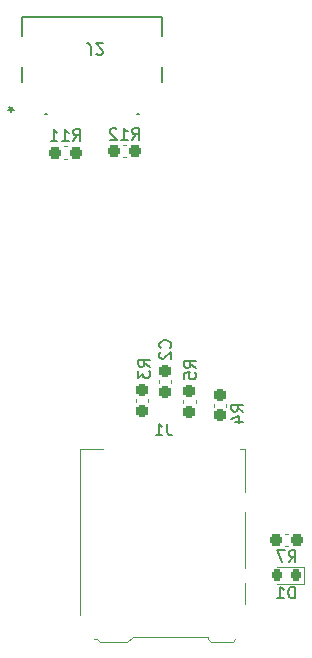
<source format=gbr>
%TF.GenerationSoftware,KiCad,Pcbnew,8.0.1*%
%TF.CreationDate,2024-07-17T12:18:51+09:00*%
%TF.ProjectId,Avi_73J_ParaBoard_v2,4176695f-3733-44a5-9f50-617261426f61,rev?*%
%TF.SameCoordinates,Original*%
%TF.FileFunction,Legend,Bot*%
%TF.FilePolarity,Positive*%
%FSLAX46Y46*%
G04 Gerber Fmt 4.6, Leading zero omitted, Abs format (unit mm)*
G04 Created by KiCad (PCBNEW 8.0.1) date 2024-07-17 12:18:51*
%MOMM*%
%LPD*%
G01*
G04 APERTURE LIST*
G04 Aperture macros list*
%AMRoundRect*
0 Rectangle with rounded corners*
0 $1 Rounding radius*
0 $2 $3 $4 $5 $6 $7 $8 $9 X,Y pos of 4 corners*
0 Add a 4 corners polygon primitive as box body*
4,1,4,$2,$3,$4,$5,$6,$7,$8,$9,$2,$3,0*
0 Add four circle primitives for the rounded corners*
1,1,$1+$1,$2,$3*
1,1,$1+$1,$4,$5*
1,1,$1+$1,$6,$7*
1,1,$1+$1,$8,$9*
0 Add four rect primitives between the rounded corners*
20,1,$1+$1,$2,$3,$4,$5,0*
20,1,$1+$1,$4,$5,$6,$7,0*
20,1,$1+$1,$6,$7,$8,$9,0*
20,1,$1+$1,$8,$9,$2,$3,0*%
G04 Aperture macros list end*
%ADD10C,0.150000*%
%ADD11C,0.120000*%
%ADD12C,0.152400*%
%ADD13O,1.511200X2.819200*%
%ADD14O,3.251200X1.727200*%
%ADD15RoundRect,0.237500X0.237500X-0.300000X0.237500X0.300000X-0.237500X0.300000X-0.237500X-0.300000X0*%
%ADD16C,0.660400*%
%ADD17R,2.159000X2.006600*%
%ADD18R,0.609600X1.143000*%
%ADD19R,0.304800X1.143000*%
%ADD20RoundRect,0.237500X-0.237500X0.300000X-0.237500X-0.300000X0.237500X-0.300000X0.237500X0.300000X0*%
%ADD21RoundRect,0.237500X0.300000X0.237500X-0.300000X0.237500X-0.300000X-0.237500X0.300000X-0.237500X0*%
%ADD22R,0.700000X1.200000*%
%ADD23R,1.000000X0.800000*%
%ADD24R,1.000000X2.800000*%
%ADD25R,1.000000X1.200000*%
%ADD26R,1.300000X1.900000*%
%ADD27RoundRect,0.237500X-0.300000X-0.237500X0.300000X-0.237500X0.300000X0.237500X-0.300000X0.237500X0*%
%ADD28RoundRect,0.218750X0.218750X0.256250X-0.218750X0.256250X-0.218750X-0.256250X0.218750X-0.256250X0*%
G04 APERTURE END LIST*
D10*
X162859580Y-100833333D02*
X162907200Y-100785714D01*
X162907200Y-100785714D02*
X162954819Y-100642857D01*
X162954819Y-100642857D02*
X162954819Y-100547619D01*
X162954819Y-100547619D02*
X162907200Y-100404762D01*
X162907200Y-100404762D02*
X162811961Y-100309524D01*
X162811961Y-100309524D02*
X162716723Y-100261905D01*
X162716723Y-100261905D02*
X162526247Y-100214286D01*
X162526247Y-100214286D02*
X162383390Y-100214286D01*
X162383390Y-100214286D02*
X162192914Y-100261905D01*
X162192914Y-100261905D02*
X162097676Y-100309524D01*
X162097676Y-100309524D02*
X162002438Y-100404762D01*
X162002438Y-100404762D02*
X161954819Y-100547619D01*
X161954819Y-100547619D02*
X161954819Y-100642857D01*
X161954819Y-100642857D02*
X162002438Y-100785714D01*
X162002438Y-100785714D02*
X162050057Y-100833333D01*
X162050057Y-101214286D02*
X162002438Y-101261905D01*
X162002438Y-101261905D02*
X161954819Y-101357143D01*
X161954819Y-101357143D02*
X161954819Y-101595238D01*
X161954819Y-101595238D02*
X162002438Y-101690476D01*
X162002438Y-101690476D02*
X162050057Y-101738095D01*
X162050057Y-101738095D02*
X162145295Y-101785714D01*
X162145295Y-101785714D02*
X162240533Y-101785714D01*
X162240533Y-101785714D02*
X162383390Y-101738095D01*
X162383390Y-101738095D02*
X162954819Y-101166667D01*
X162954819Y-101166667D02*
X162954819Y-101785714D01*
X156166666Y-76045180D02*
X156166666Y-75330895D01*
X156166666Y-75330895D02*
X156119047Y-75188038D01*
X156119047Y-75188038D02*
X156023809Y-75092800D01*
X156023809Y-75092800D02*
X155880952Y-75045180D01*
X155880952Y-75045180D02*
X155785714Y-75045180D01*
X156595238Y-75949942D02*
X156642857Y-75997561D01*
X156642857Y-75997561D02*
X156738095Y-76045180D01*
X156738095Y-76045180D02*
X156976190Y-76045180D01*
X156976190Y-76045180D02*
X157071428Y-75997561D01*
X157071428Y-75997561D02*
X157119047Y-75949942D01*
X157119047Y-75949942D02*
X157166666Y-75854704D01*
X157166666Y-75854704D02*
X157166666Y-75759466D01*
X157166666Y-75759466D02*
X157119047Y-75616609D01*
X157119047Y-75616609D02*
X156547619Y-75045180D01*
X156547619Y-75045180D02*
X157166666Y-75045180D01*
X149400000Y-80845180D02*
X149400000Y-80607085D01*
X149161905Y-80702323D02*
X149400000Y-80607085D01*
X149400000Y-80607085D02*
X149638095Y-80702323D01*
X149257143Y-80416609D02*
X149400000Y-80607085D01*
X149400000Y-80607085D02*
X149542857Y-80416609D01*
X165054819Y-102533333D02*
X164578628Y-102200000D01*
X165054819Y-101961905D02*
X164054819Y-101961905D01*
X164054819Y-101961905D02*
X164054819Y-102342857D01*
X164054819Y-102342857D02*
X164102438Y-102438095D01*
X164102438Y-102438095D02*
X164150057Y-102485714D01*
X164150057Y-102485714D02*
X164245295Y-102533333D01*
X164245295Y-102533333D02*
X164388152Y-102533333D01*
X164388152Y-102533333D02*
X164483390Y-102485714D01*
X164483390Y-102485714D02*
X164531009Y-102438095D01*
X164531009Y-102438095D02*
X164578628Y-102342857D01*
X164578628Y-102342857D02*
X164578628Y-101961905D01*
X164054819Y-103438095D02*
X164054819Y-102961905D01*
X164054819Y-102961905D02*
X164531009Y-102914286D01*
X164531009Y-102914286D02*
X164483390Y-102961905D01*
X164483390Y-102961905D02*
X164435771Y-103057143D01*
X164435771Y-103057143D02*
X164435771Y-103295238D01*
X164435771Y-103295238D02*
X164483390Y-103390476D01*
X164483390Y-103390476D02*
X164531009Y-103438095D01*
X164531009Y-103438095D02*
X164626247Y-103485714D01*
X164626247Y-103485714D02*
X164864342Y-103485714D01*
X164864342Y-103485714D02*
X164959580Y-103438095D01*
X164959580Y-103438095D02*
X165007200Y-103390476D01*
X165007200Y-103390476D02*
X165054819Y-103295238D01*
X165054819Y-103295238D02*
X165054819Y-103057143D01*
X165054819Y-103057143D02*
X165007200Y-102961905D01*
X165007200Y-102961905D02*
X164959580Y-102914286D01*
X159642857Y-83224819D02*
X159976190Y-82748628D01*
X160214285Y-83224819D02*
X160214285Y-82224819D01*
X160214285Y-82224819D02*
X159833333Y-82224819D01*
X159833333Y-82224819D02*
X159738095Y-82272438D01*
X159738095Y-82272438D02*
X159690476Y-82320057D01*
X159690476Y-82320057D02*
X159642857Y-82415295D01*
X159642857Y-82415295D02*
X159642857Y-82558152D01*
X159642857Y-82558152D02*
X159690476Y-82653390D01*
X159690476Y-82653390D02*
X159738095Y-82701009D01*
X159738095Y-82701009D02*
X159833333Y-82748628D01*
X159833333Y-82748628D02*
X160214285Y-82748628D01*
X158690476Y-83224819D02*
X159261904Y-83224819D01*
X158976190Y-83224819D02*
X158976190Y-82224819D01*
X158976190Y-82224819D02*
X159071428Y-82367676D01*
X159071428Y-82367676D02*
X159166666Y-82462914D01*
X159166666Y-82462914D02*
X159261904Y-82510533D01*
X158309523Y-82320057D02*
X158261904Y-82272438D01*
X158261904Y-82272438D02*
X158166666Y-82224819D01*
X158166666Y-82224819D02*
X157928571Y-82224819D01*
X157928571Y-82224819D02*
X157833333Y-82272438D01*
X157833333Y-82272438D02*
X157785714Y-82320057D01*
X157785714Y-82320057D02*
X157738095Y-82415295D01*
X157738095Y-82415295D02*
X157738095Y-82510533D01*
X157738095Y-82510533D02*
X157785714Y-82653390D01*
X157785714Y-82653390D02*
X158357142Y-83224819D01*
X158357142Y-83224819D02*
X157738095Y-83224819D01*
X162633333Y-107254819D02*
X162633333Y-107969104D01*
X162633333Y-107969104D02*
X162680952Y-108111961D01*
X162680952Y-108111961D02*
X162776190Y-108207200D01*
X162776190Y-108207200D02*
X162919047Y-108254819D01*
X162919047Y-108254819D02*
X163014285Y-108254819D01*
X161633333Y-108254819D02*
X162204761Y-108254819D01*
X161919047Y-108254819D02*
X161919047Y-107254819D01*
X161919047Y-107254819D02*
X162014285Y-107397676D01*
X162014285Y-107397676D02*
X162109523Y-107492914D01*
X162109523Y-107492914D02*
X162204761Y-107540533D01*
X161154819Y-102433333D02*
X160678628Y-102100000D01*
X161154819Y-101861905D02*
X160154819Y-101861905D01*
X160154819Y-101861905D02*
X160154819Y-102242857D01*
X160154819Y-102242857D02*
X160202438Y-102338095D01*
X160202438Y-102338095D02*
X160250057Y-102385714D01*
X160250057Y-102385714D02*
X160345295Y-102433333D01*
X160345295Y-102433333D02*
X160488152Y-102433333D01*
X160488152Y-102433333D02*
X160583390Y-102385714D01*
X160583390Y-102385714D02*
X160631009Y-102338095D01*
X160631009Y-102338095D02*
X160678628Y-102242857D01*
X160678628Y-102242857D02*
X160678628Y-101861905D01*
X160154819Y-102766667D02*
X160154819Y-103385714D01*
X160154819Y-103385714D02*
X160535771Y-103052381D01*
X160535771Y-103052381D02*
X160535771Y-103195238D01*
X160535771Y-103195238D02*
X160583390Y-103290476D01*
X160583390Y-103290476D02*
X160631009Y-103338095D01*
X160631009Y-103338095D02*
X160726247Y-103385714D01*
X160726247Y-103385714D02*
X160964342Y-103385714D01*
X160964342Y-103385714D02*
X161059580Y-103338095D01*
X161059580Y-103338095D02*
X161107200Y-103290476D01*
X161107200Y-103290476D02*
X161154819Y-103195238D01*
X161154819Y-103195238D02*
X161154819Y-102909524D01*
X161154819Y-102909524D02*
X161107200Y-102814286D01*
X161107200Y-102814286D02*
X161059580Y-102766667D01*
X169054819Y-106233333D02*
X168578628Y-105900000D01*
X169054819Y-105661905D02*
X168054819Y-105661905D01*
X168054819Y-105661905D02*
X168054819Y-106042857D01*
X168054819Y-106042857D02*
X168102438Y-106138095D01*
X168102438Y-106138095D02*
X168150057Y-106185714D01*
X168150057Y-106185714D02*
X168245295Y-106233333D01*
X168245295Y-106233333D02*
X168388152Y-106233333D01*
X168388152Y-106233333D02*
X168483390Y-106185714D01*
X168483390Y-106185714D02*
X168531009Y-106138095D01*
X168531009Y-106138095D02*
X168578628Y-106042857D01*
X168578628Y-106042857D02*
X168578628Y-105661905D01*
X168388152Y-107090476D02*
X169054819Y-107090476D01*
X168007200Y-106852381D02*
X168721485Y-106614286D01*
X168721485Y-106614286D02*
X168721485Y-107233333D01*
X172891666Y-118984819D02*
X173224999Y-118508628D01*
X173463094Y-118984819D02*
X173463094Y-117984819D01*
X173463094Y-117984819D02*
X173082142Y-117984819D01*
X173082142Y-117984819D02*
X172986904Y-118032438D01*
X172986904Y-118032438D02*
X172939285Y-118080057D01*
X172939285Y-118080057D02*
X172891666Y-118175295D01*
X172891666Y-118175295D02*
X172891666Y-118318152D01*
X172891666Y-118318152D02*
X172939285Y-118413390D01*
X172939285Y-118413390D02*
X172986904Y-118461009D01*
X172986904Y-118461009D02*
X173082142Y-118508628D01*
X173082142Y-118508628D02*
X173463094Y-118508628D01*
X172558332Y-117984819D02*
X171891666Y-117984819D01*
X171891666Y-117984819D02*
X172320237Y-118984819D01*
X173438094Y-122054819D02*
X173438094Y-121054819D01*
X173438094Y-121054819D02*
X173199999Y-121054819D01*
X173199999Y-121054819D02*
X173057142Y-121102438D01*
X173057142Y-121102438D02*
X172961904Y-121197676D01*
X172961904Y-121197676D02*
X172914285Y-121292914D01*
X172914285Y-121292914D02*
X172866666Y-121483390D01*
X172866666Y-121483390D02*
X172866666Y-121626247D01*
X172866666Y-121626247D02*
X172914285Y-121816723D01*
X172914285Y-121816723D02*
X172961904Y-121911961D01*
X172961904Y-121911961D02*
X173057142Y-122007200D01*
X173057142Y-122007200D02*
X173199999Y-122054819D01*
X173199999Y-122054819D02*
X173438094Y-122054819D01*
X171914285Y-122054819D02*
X172485713Y-122054819D01*
X172199999Y-122054819D02*
X172199999Y-121054819D01*
X172199999Y-121054819D02*
X172295237Y-121197676D01*
X172295237Y-121197676D02*
X172390475Y-121292914D01*
X172390475Y-121292914D02*
X172485713Y-121340533D01*
X154642857Y-83324819D02*
X154976190Y-82848628D01*
X155214285Y-83324819D02*
X155214285Y-82324819D01*
X155214285Y-82324819D02*
X154833333Y-82324819D01*
X154833333Y-82324819D02*
X154738095Y-82372438D01*
X154738095Y-82372438D02*
X154690476Y-82420057D01*
X154690476Y-82420057D02*
X154642857Y-82515295D01*
X154642857Y-82515295D02*
X154642857Y-82658152D01*
X154642857Y-82658152D02*
X154690476Y-82753390D01*
X154690476Y-82753390D02*
X154738095Y-82801009D01*
X154738095Y-82801009D02*
X154833333Y-82848628D01*
X154833333Y-82848628D02*
X155214285Y-82848628D01*
X153690476Y-83324819D02*
X154261904Y-83324819D01*
X153976190Y-83324819D02*
X153976190Y-82324819D01*
X153976190Y-82324819D02*
X154071428Y-82467676D01*
X154071428Y-82467676D02*
X154166666Y-82562914D01*
X154166666Y-82562914D02*
X154261904Y-82610533D01*
X152738095Y-83324819D02*
X153309523Y-83324819D01*
X153023809Y-83324819D02*
X153023809Y-82324819D01*
X153023809Y-82324819D02*
X153119047Y-82467676D01*
X153119047Y-82467676D02*
X153214285Y-82562914D01*
X153214285Y-82562914D02*
X153309523Y-82610533D01*
D11*
%TO.C,C2*%
X161890000Y-103528733D02*
X161890000Y-103821267D01*
X162910000Y-103528733D02*
X162910000Y-103821267D01*
D12*
%TO.C,J2*%
X150319100Y-72785200D02*
X150319100Y-74421760D01*
X150319100Y-77093840D02*
X150319100Y-78351760D01*
X152296534Y-81014800D02*
X152465671Y-81014800D01*
X160034326Y-81014800D02*
X160203466Y-81014800D01*
X162180900Y-72785200D02*
X150319100Y-72785200D01*
X162180900Y-74421760D02*
X162180900Y-72785200D01*
X162180900Y-78351760D02*
X162180900Y-77093840D01*
D11*
%TO.C,R5*%
X163990000Y-105533767D02*
X163990000Y-105241233D01*
X165010000Y-105533767D02*
X165010000Y-105241233D01*
%TO.C,R12*%
X158853733Y-83690000D02*
X159146267Y-83690000D01*
X158853733Y-84710000D02*
X159146267Y-84710000D01*
%TO.C,J1*%
X155230000Y-109440000D02*
X157150000Y-109440000D01*
X155230000Y-123450000D02*
X155230000Y-109440000D01*
X156450000Y-125510000D02*
X156710000Y-125510000D01*
X156710000Y-125510000D02*
X156910000Y-125710000D01*
X159220000Y-125710000D02*
X156910000Y-125710000D01*
X159730000Y-125360000D02*
X159220000Y-125710000D01*
X159730000Y-125360000D02*
X166100000Y-125360000D01*
X166100000Y-125510000D02*
X166100000Y-125360000D01*
X166100000Y-125510000D02*
X166310000Y-125710000D01*
X166310000Y-125710000D02*
X168170000Y-125710000D01*
X168370000Y-125510000D02*
X168170000Y-125710000D01*
X169200000Y-109440000D02*
X168750000Y-109440000D01*
X169200000Y-113050000D02*
X169200000Y-109440000D01*
X169200000Y-119450000D02*
X169200000Y-114750000D01*
X169200000Y-122550000D02*
X169200000Y-120750000D01*
%TO.C,R3*%
X159990000Y-105446267D02*
X159990000Y-105153733D01*
X161010000Y-105446267D02*
X161010000Y-105153733D01*
%TO.C,R4*%
X166590000Y-105846267D02*
X166590000Y-105553733D01*
X167610000Y-105846267D02*
X167610000Y-105553733D01*
%TO.C,R7*%
X172871267Y-116590000D02*
X172578733Y-116590000D01*
X172871267Y-117610000D02*
X172578733Y-117610000D01*
%TO.C,D1*%
X171912500Y-120835000D02*
X174197500Y-120835000D01*
X174197500Y-119365000D02*
X171912500Y-119365000D01*
X174197500Y-120835000D02*
X174197500Y-119365000D01*
%TO.C,R11*%
X153853733Y-83790000D02*
X154146267Y-83790000D01*
X153853733Y-84810000D02*
X154146267Y-84810000D01*
%TD*%
%LPC*%
D13*
%TO.C,LPS25HB-1*%
X143000000Y-101700000D03*
X145540000Y-101700000D03*
X148080000Y-101700000D03*
X150620000Y-101700000D03*
X150620000Y-94080000D03*
X148080000Y-94080000D03*
X145540000Y-94080000D03*
X143000000Y-94080000D03*
%TD*%
%TO.C,ICM-20602-1*%
X141675000Y-116050000D03*
X144215000Y-116050000D03*
X146755000Y-116050000D03*
X149295000Y-116050000D03*
X151835000Y-116050000D03*
X151835000Y-108430000D03*
X149295000Y-108430000D03*
X146755000Y-108430000D03*
X144215000Y-108430000D03*
X141675000Y-108430000D03*
%TD*%
D14*
%TO.C,ILG-2P4*%
X130475000Y-103450000D03*
X130475000Y-100950000D03*
%TD*%
%TO.C,ILG-2P3*%
X130575000Y-90200000D03*
X130575000Y-87700000D03*
%TD*%
%TO.C,ILG-2P1*%
X130475000Y-111050000D03*
X130475000Y-108550000D03*
%TD*%
%TO.C,ILG-3P1*%
X169475000Y-82100000D03*
X169475000Y-84600000D03*
X169475000Y-87100000D03*
%TD*%
%TO.C,ILG-2P2*%
X130525000Y-117500000D03*
X130525000Y-115000000D03*
%TD*%
D15*
%TO.C,C2*%
X162400000Y-104537500D03*
X162400000Y-102812500D03*
%TD*%
D16*
%TO.C,J2*%
X153359999Y-79187800D03*
X159140001Y-79187800D03*
D17*
X151140000Y-79687800D03*
X161360000Y-79687800D03*
X151140000Y-75757800D03*
X161360000Y-75757800D03*
D18*
X153049999Y-80262800D03*
X153850000Y-80262800D03*
D19*
X155000000Y-80262800D03*
X156000000Y-80262800D03*
X156500000Y-80262800D03*
X157500000Y-80262800D03*
D18*
X158650000Y-80262800D03*
X159449999Y-80262800D03*
D19*
X157999999Y-80262800D03*
X157000001Y-80262800D03*
X155499999Y-80262800D03*
X154500001Y-80262800D03*
%TD*%
D20*
%TO.C,R5*%
X164500000Y-104525000D03*
X164500000Y-106250000D03*
%TD*%
D21*
%TO.C,R12*%
X159862500Y-84200000D03*
X158137500Y-84200000D03*
%TD*%
D22*
%TO.C,J1*%
X159450000Y-109600000D03*
X160550000Y-109600000D03*
X161650000Y-109600000D03*
X162750000Y-109600000D03*
X163850000Y-109600000D03*
X164950000Y-109600000D03*
X166050000Y-109600000D03*
X167150000Y-109600000D03*
X168100000Y-109600000D03*
D23*
X169050000Y-120100000D03*
D24*
X169050000Y-124250000D03*
D25*
X169050000Y-113900000D03*
X157900000Y-109600000D03*
D26*
X155550000Y-124700000D03*
%TD*%
D20*
%TO.C,R3*%
X160500000Y-104437500D03*
X160500000Y-106162500D03*
%TD*%
%TO.C,R4*%
X167100000Y-104837500D03*
X167100000Y-106562500D03*
%TD*%
D27*
%TO.C,R7*%
X171862500Y-117100000D03*
X173587500Y-117100000D03*
%TD*%
D28*
%TO.C,D1*%
X173500000Y-120100000D03*
X171925000Y-120100000D03*
%TD*%
D21*
%TO.C,R11*%
X154862500Y-84300000D03*
X153137500Y-84300000D03*
%TD*%
%LPD*%
M02*

</source>
